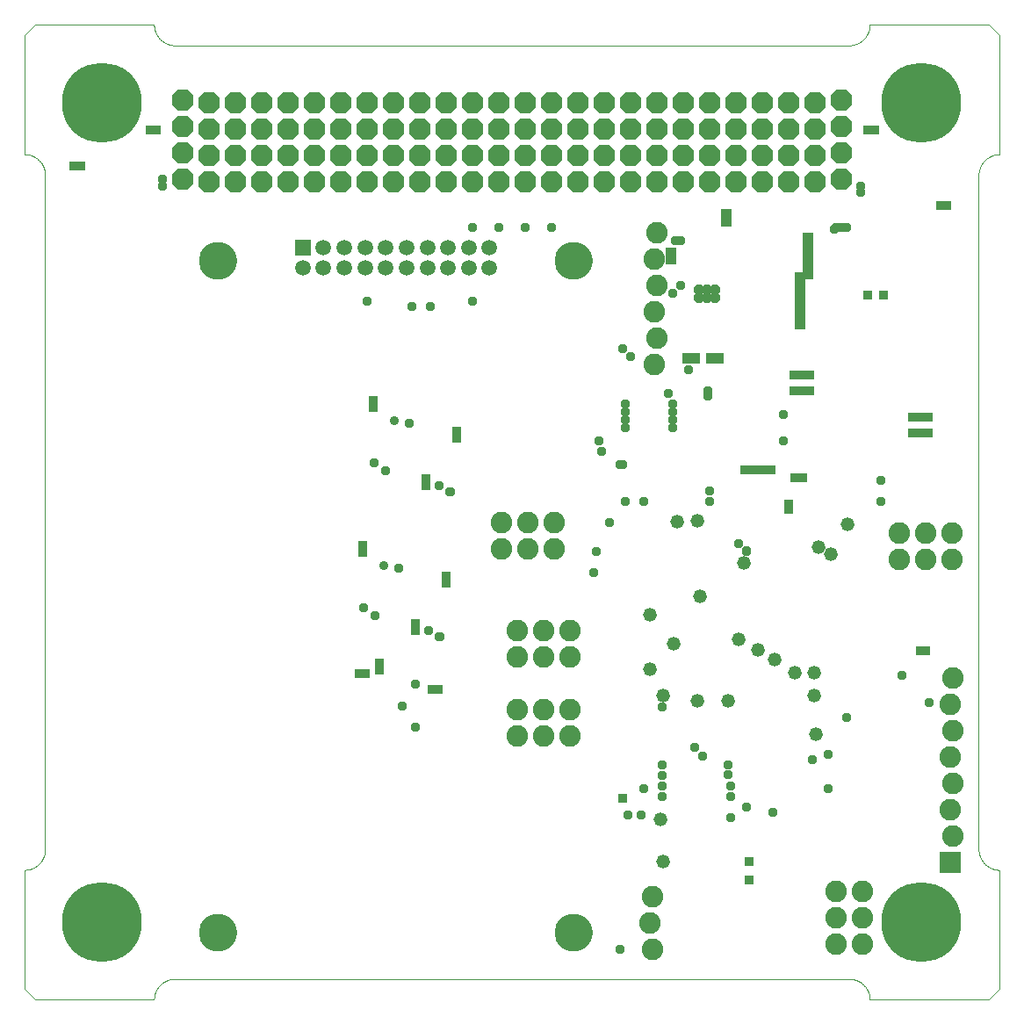
<source format=gbs>
G75*
%MOIN*%
%OFA0B0*%
%FSLAX25Y25*%
%IPPOS*%
%LPD*%
%AMOC8*
5,1,8,0,0,1.08239X$1,22.5*
%
%ADD10C,0.00000*%
%ADD11C,0.30328*%
%ADD12OC8,0.08200*%
%ADD13C,0.05200*%
%ADD14R,0.05950X0.05950*%
%ADD15C,0.05950*%
%ADD16C,0.14383*%
%ADD17R,0.08200X0.08200*%
%ADD18C,0.08200*%
%ADD19C,0.03778*%
%ADD20R,0.03778X0.03778*%
%ADD21OC8,0.03975*%
%ADD22R,0.03975X0.03975*%
%ADD23R,0.03581X0.03581*%
%ADD24C,0.03581*%
D10*
X0087864Y0091801D02*
X0091801Y0087864D01*
X0137077Y0087864D01*
X0137079Y0088054D01*
X0137086Y0088244D01*
X0137098Y0088434D01*
X0137114Y0088624D01*
X0137134Y0088813D01*
X0137160Y0089002D01*
X0137189Y0089190D01*
X0137224Y0089377D01*
X0137263Y0089563D01*
X0137306Y0089748D01*
X0137354Y0089933D01*
X0137406Y0090116D01*
X0137462Y0090297D01*
X0137523Y0090477D01*
X0137589Y0090656D01*
X0137658Y0090833D01*
X0137732Y0091009D01*
X0137810Y0091182D01*
X0137893Y0091354D01*
X0137979Y0091523D01*
X0138069Y0091691D01*
X0138164Y0091856D01*
X0138262Y0092019D01*
X0138365Y0092179D01*
X0138471Y0092337D01*
X0138581Y0092492D01*
X0138694Y0092645D01*
X0138812Y0092795D01*
X0138933Y0092941D01*
X0139057Y0093085D01*
X0139185Y0093226D01*
X0139316Y0093364D01*
X0139451Y0093499D01*
X0139589Y0093630D01*
X0139730Y0093758D01*
X0139874Y0093882D01*
X0140020Y0094003D01*
X0140170Y0094121D01*
X0140323Y0094234D01*
X0140478Y0094344D01*
X0140636Y0094450D01*
X0140796Y0094553D01*
X0140959Y0094651D01*
X0141124Y0094746D01*
X0141292Y0094836D01*
X0141461Y0094922D01*
X0141633Y0095005D01*
X0141806Y0095083D01*
X0141982Y0095157D01*
X0142159Y0095226D01*
X0142338Y0095292D01*
X0142518Y0095353D01*
X0142699Y0095409D01*
X0142882Y0095461D01*
X0143067Y0095509D01*
X0143252Y0095552D01*
X0143438Y0095591D01*
X0143625Y0095626D01*
X0143813Y0095655D01*
X0144002Y0095681D01*
X0144191Y0095701D01*
X0144381Y0095717D01*
X0144571Y0095729D01*
X0144761Y0095736D01*
X0144951Y0095738D01*
X0400856Y0095738D01*
X0401046Y0095736D01*
X0401236Y0095729D01*
X0401426Y0095717D01*
X0401616Y0095701D01*
X0401805Y0095681D01*
X0401994Y0095655D01*
X0402182Y0095626D01*
X0402369Y0095591D01*
X0402555Y0095552D01*
X0402740Y0095509D01*
X0402925Y0095461D01*
X0403108Y0095409D01*
X0403289Y0095353D01*
X0403469Y0095292D01*
X0403648Y0095226D01*
X0403825Y0095157D01*
X0404001Y0095083D01*
X0404174Y0095005D01*
X0404346Y0094922D01*
X0404515Y0094836D01*
X0404683Y0094746D01*
X0404848Y0094651D01*
X0405011Y0094553D01*
X0405171Y0094450D01*
X0405329Y0094344D01*
X0405484Y0094234D01*
X0405637Y0094121D01*
X0405787Y0094003D01*
X0405933Y0093882D01*
X0406077Y0093758D01*
X0406218Y0093630D01*
X0406356Y0093499D01*
X0406491Y0093364D01*
X0406622Y0093226D01*
X0406750Y0093085D01*
X0406874Y0092941D01*
X0406995Y0092795D01*
X0407113Y0092645D01*
X0407226Y0092492D01*
X0407336Y0092337D01*
X0407442Y0092179D01*
X0407545Y0092019D01*
X0407643Y0091856D01*
X0407738Y0091691D01*
X0407828Y0091523D01*
X0407914Y0091354D01*
X0407997Y0091182D01*
X0408075Y0091009D01*
X0408149Y0090833D01*
X0408218Y0090656D01*
X0408284Y0090477D01*
X0408345Y0090297D01*
X0408401Y0090116D01*
X0408453Y0089933D01*
X0408501Y0089748D01*
X0408544Y0089563D01*
X0408583Y0089377D01*
X0408618Y0089190D01*
X0408647Y0089002D01*
X0408673Y0088813D01*
X0408693Y0088624D01*
X0408709Y0088434D01*
X0408721Y0088244D01*
X0408728Y0088054D01*
X0408730Y0087864D01*
X0454006Y0087864D01*
X0457943Y0091801D01*
X0457943Y0137077D01*
X0457753Y0137079D01*
X0457563Y0137086D01*
X0457373Y0137098D01*
X0457183Y0137114D01*
X0456994Y0137134D01*
X0456805Y0137160D01*
X0456617Y0137189D01*
X0456430Y0137224D01*
X0456244Y0137263D01*
X0456059Y0137306D01*
X0455874Y0137354D01*
X0455691Y0137406D01*
X0455510Y0137462D01*
X0455330Y0137523D01*
X0455151Y0137589D01*
X0454974Y0137658D01*
X0454798Y0137732D01*
X0454625Y0137810D01*
X0454453Y0137893D01*
X0454284Y0137979D01*
X0454116Y0138069D01*
X0453951Y0138164D01*
X0453788Y0138262D01*
X0453628Y0138365D01*
X0453470Y0138471D01*
X0453315Y0138581D01*
X0453162Y0138694D01*
X0453012Y0138812D01*
X0452866Y0138933D01*
X0452722Y0139057D01*
X0452581Y0139185D01*
X0452443Y0139316D01*
X0452308Y0139451D01*
X0452177Y0139589D01*
X0452049Y0139730D01*
X0451925Y0139874D01*
X0451804Y0140020D01*
X0451686Y0140170D01*
X0451573Y0140323D01*
X0451463Y0140478D01*
X0451357Y0140636D01*
X0451254Y0140796D01*
X0451156Y0140959D01*
X0451061Y0141124D01*
X0450971Y0141292D01*
X0450885Y0141461D01*
X0450802Y0141633D01*
X0450724Y0141806D01*
X0450650Y0141982D01*
X0450581Y0142159D01*
X0450515Y0142338D01*
X0450454Y0142518D01*
X0450398Y0142699D01*
X0450346Y0142882D01*
X0450298Y0143067D01*
X0450255Y0143252D01*
X0450216Y0143438D01*
X0450181Y0143625D01*
X0450152Y0143813D01*
X0450126Y0144002D01*
X0450106Y0144191D01*
X0450090Y0144381D01*
X0450078Y0144571D01*
X0450071Y0144761D01*
X0450069Y0144951D01*
X0450069Y0400856D01*
X0450071Y0401046D01*
X0450078Y0401236D01*
X0450090Y0401426D01*
X0450106Y0401616D01*
X0450126Y0401805D01*
X0450152Y0401994D01*
X0450181Y0402182D01*
X0450216Y0402369D01*
X0450255Y0402555D01*
X0450298Y0402740D01*
X0450346Y0402925D01*
X0450398Y0403108D01*
X0450454Y0403289D01*
X0450515Y0403469D01*
X0450581Y0403648D01*
X0450650Y0403825D01*
X0450724Y0404001D01*
X0450802Y0404174D01*
X0450885Y0404346D01*
X0450971Y0404515D01*
X0451061Y0404683D01*
X0451156Y0404848D01*
X0451254Y0405011D01*
X0451357Y0405171D01*
X0451463Y0405329D01*
X0451573Y0405484D01*
X0451686Y0405637D01*
X0451804Y0405787D01*
X0451925Y0405933D01*
X0452049Y0406077D01*
X0452177Y0406218D01*
X0452308Y0406356D01*
X0452443Y0406491D01*
X0452581Y0406622D01*
X0452722Y0406750D01*
X0452866Y0406874D01*
X0453012Y0406995D01*
X0453162Y0407113D01*
X0453315Y0407226D01*
X0453470Y0407336D01*
X0453628Y0407442D01*
X0453788Y0407545D01*
X0453951Y0407643D01*
X0454116Y0407738D01*
X0454284Y0407828D01*
X0454453Y0407914D01*
X0454625Y0407997D01*
X0454798Y0408075D01*
X0454974Y0408149D01*
X0455151Y0408218D01*
X0455330Y0408284D01*
X0455510Y0408345D01*
X0455691Y0408401D01*
X0455874Y0408453D01*
X0456059Y0408501D01*
X0456244Y0408544D01*
X0456430Y0408583D01*
X0456617Y0408618D01*
X0456805Y0408647D01*
X0456994Y0408673D01*
X0457183Y0408693D01*
X0457373Y0408709D01*
X0457563Y0408721D01*
X0457753Y0408728D01*
X0457943Y0408730D01*
X0457943Y0454006D01*
X0454006Y0457943D01*
X0408730Y0457943D01*
X0408728Y0457753D01*
X0408721Y0457563D01*
X0408709Y0457373D01*
X0408693Y0457183D01*
X0408673Y0456994D01*
X0408647Y0456805D01*
X0408618Y0456617D01*
X0408583Y0456430D01*
X0408544Y0456244D01*
X0408501Y0456059D01*
X0408453Y0455874D01*
X0408401Y0455691D01*
X0408345Y0455510D01*
X0408284Y0455330D01*
X0408218Y0455151D01*
X0408149Y0454974D01*
X0408075Y0454798D01*
X0407997Y0454625D01*
X0407914Y0454453D01*
X0407828Y0454284D01*
X0407738Y0454116D01*
X0407643Y0453951D01*
X0407545Y0453788D01*
X0407442Y0453628D01*
X0407336Y0453470D01*
X0407226Y0453315D01*
X0407113Y0453162D01*
X0406995Y0453012D01*
X0406874Y0452866D01*
X0406750Y0452722D01*
X0406622Y0452581D01*
X0406491Y0452443D01*
X0406356Y0452308D01*
X0406218Y0452177D01*
X0406077Y0452049D01*
X0405933Y0451925D01*
X0405787Y0451804D01*
X0405637Y0451686D01*
X0405484Y0451573D01*
X0405329Y0451463D01*
X0405171Y0451357D01*
X0405011Y0451254D01*
X0404848Y0451156D01*
X0404683Y0451061D01*
X0404515Y0450971D01*
X0404346Y0450885D01*
X0404174Y0450802D01*
X0404001Y0450724D01*
X0403825Y0450650D01*
X0403648Y0450581D01*
X0403469Y0450515D01*
X0403289Y0450454D01*
X0403108Y0450398D01*
X0402925Y0450346D01*
X0402740Y0450298D01*
X0402555Y0450255D01*
X0402369Y0450216D01*
X0402182Y0450181D01*
X0401994Y0450152D01*
X0401805Y0450126D01*
X0401616Y0450106D01*
X0401426Y0450090D01*
X0401236Y0450078D01*
X0401046Y0450071D01*
X0400856Y0450069D01*
X0144951Y0450069D01*
X0144761Y0450071D01*
X0144571Y0450078D01*
X0144381Y0450090D01*
X0144191Y0450106D01*
X0144002Y0450126D01*
X0143813Y0450152D01*
X0143625Y0450181D01*
X0143438Y0450216D01*
X0143252Y0450255D01*
X0143067Y0450298D01*
X0142882Y0450346D01*
X0142699Y0450398D01*
X0142518Y0450454D01*
X0142338Y0450515D01*
X0142159Y0450581D01*
X0141982Y0450650D01*
X0141806Y0450724D01*
X0141633Y0450802D01*
X0141461Y0450885D01*
X0141292Y0450971D01*
X0141124Y0451061D01*
X0140959Y0451156D01*
X0140796Y0451254D01*
X0140636Y0451357D01*
X0140478Y0451463D01*
X0140323Y0451573D01*
X0140170Y0451686D01*
X0140020Y0451804D01*
X0139874Y0451925D01*
X0139730Y0452049D01*
X0139589Y0452177D01*
X0139451Y0452308D01*
X0139316Y0452443D01*
X0139185Y0452581D01*
X0139057Y0452722D01*
X0138933Y0452866D01*
X0138812Y0453012D01*
X0138694Y0453162D01*
X0138581Y0453315D01*
X0138471Y0453470D01*
X0138365Y0453628D01*
X0138262Y0453788D01*
X0138164Y0453951D01*
X0138069Y0454116D01*
X0137979Y0454284D01*
X0137893Y0454453D01*
X0137810Y0454625D01*
X0137732Y0454798D01*
X0137658Y0454974D01*
X0137589Y0455151D01*
X0137523Y0455330D01*
X0137462Y0455510D01*
X0137406Y0455691D01*
X0137354Y0455874D01*
X0137306Y0456059D01*
X0137263Y0456244D01*
X0137224Y0456430D01*
X0137189Y0456617D01*
X0137160Y0456805D01*
X0137134Y0456994D01*
X0137114Y0457183D01*
X0137098Y0457373D01*
X0137086Y0457563D01*
X0137079Y0457753D01*
X0137077Y0457943D01*
X0091801Y0457943D01*
X0087864Y0454006D01*
X0087864Y0408730D01*
X0088054Y0408728D01*
X0088244Y0408721D01*
X0088434Y0408709D01*
X0088624Y0408693D01*
X0088813Y0408673D01*
X0089002Y0408647D01*
X0089190Y0408618D01*
X0089377Y0408583D01*
X0089563Y0408544D01*
X0089748Y0408501D01*
X0089933Y0408453D01*
X0090116Y0408401D01*
X0090297Y0408345D01*
X0090477Y0408284D01*
X0090656Y0408218D01*
X0090833Y0408149D01*
X0091009Y0408075D01*
X0091182Y0407997D01*
X0091354Y0407914D01*
X0091523Y0407828D01*
X0091691Y0407738D01*
X0091856Y0407643D01*
X0092019Y0407545D01*
X0092179Y0407442D01*
X0092337Y0407336D01*
X0092492Y0407226D01*
X0092645Y0407113D01*
X0092795Y0406995D01*
X0092941Y0406874D01*
X0093085Y0406750D01*
X0093226Y0406622D01*
X0093364Y0406491D01*
X0093499Y0406356D01*
X0093630Y0406218D01*
X0093758Y0406077D01*
X0093882Y0405933D01*
X0094003Y0405787D01*
X0094121Y0405637D01*
X0094234Y0405484D01*
X0094344Y0405329D01*
X0094450Y0405171D01*
X0094553Y0405011D01*
X0094651Y0404848D01*
X0094746Y0404683D01*
X0094836Y0404515D01*
X0094922Y0404346D01*
X0095005Y0404174D01*
X0095083Y0404001D01*
X0095157Y0403825D01*
X0095226Y0403648D01*
X0095292Y0403469D01*
X0095353Y0403289D01*
X0095409Y0403108D01*
X0095461Y0402925D01*
X0095509Y0402740D01*
X0095552Y0402555D01*
X0095591Y0402369D01*
X0095626Y0402182D01*
X0095655Y0401994D01*
X0095681Y0401805D01*
X0095701Y0401616D01*
X0095717Y0401426D01*
X0095729Y0401236D01*
X0095736Y0401046D01*
X0095738Y0400856D01*
X0095738Y0144951D01*
X0095736Y0144761D01*
X0095729Y0144571D01*
X0095717Y0144381D01*
X0095701Y0144191D01*
X0095681Y0144002D01*
X0095655Y0143813D01*
X0095626Y0143625D01*
X0095591Y0143438D01*
X0095552Y0143252D01*
X0095509Y0143067D01*
X0095461Y0142882D01*
X0095409Y0142699D01*
X0095353Y0142518D01*
X0095292Y0142338D01*
X0095226Y0142159D01*
X0095157Y0141982D01*
X0095083Y0141806D01*
X0095005Y0141633D01*
X0094922Y0141461D01*
X0094836Y0141292D01*
X0094746Y0141124D01*
X0094651Y0140959D01*
X0094553Y0140796D01*
X0094450Y0140636D01*
X0094344Y0140478D01*
X0094234Y0140323D01*
X0094121Y0140170D01*
X0094003Y0140020D01*
X0093882Y0139874D01*
X0093758Y0139730D01*
X0093630Y0139589D01*
X0093499Y0139451D01*
X0093364Y0139316D01*
X0093226Y0139185D01*
X0093085Y0139057D01*
X0092941Y0138933D01*
X0092795Y0138812D01*
X0092645Y0138694D01*
X0092492Y0138581D01*
X0092337Y0138471D01*
X0092179Y0138365D01*
X0092019Y0138262D01*
X0091856Y0138164D01*
X0091691Y0138069D01*
X0091523Y0137979D01*
X0091354Y0137893D01*
X0091182Y0137810D01*
X0091009Y0137732D01*
X0090833Y0137658D01*
X0090656Y0137589D01*
X0090477Y0137523D01*
X0090297Y0137462D01*
X0090116Y0137406D01*
X0089933Y0137354D01*
X0089748Y0137306D01*
X0089563Y0137263D01*
X0089377Y0137224D01*
X0089190Y0137189D01*
X0089002Y0137160D01*
X0088813Y0137134D01*
X0088624Y0137114D01*
X0088434Y0137098D01*
X0088244Y0137086D01*
X0088054Y0137079D01*
X0087864Y0137077D01*
X0087864Y0091801D01*
X0154593Y0113423D02*
X0154595Y0113590D01*
X0154601Y0113756D01*
X0154611Y0113923D01*
X0154626Y0114089D01*
X0154644Y0114254D01*
X0154667Y0114419D01*
X0154693Y0114584D01*
X0154723Y0114748D01*
X0154758Y0114911D01*
X0154797Y0115073D01*
X0154839Y0115234D01*
X0154885Y0115394D01*
X0154936Y0115553D01*
X0154990Y0115711D01*
X0155048Y0115867D01*
X0155110Y0116022D01*
X0155176Y0116175D01*
X0155245Y0116327D01*
X0155318Y0116476D01*
X0155395Y0116624D01*
X0155475Y0116770D01*
X0155559Y0116914D01*
X0155647Y0117056D01*
X0155737Y0117196D01*
X0155832Y0117333D01*
X0155929Y0117468D01*
X0156030Y0117601D01*
X0156134Y0117731D01*
X0156242Y0117859D01*
X0156352Y0117984D01*
X0156466Y0118106D01*
X0156582Y0118225D01*
X0156701Y0118341D01*
X0156823Y0118455D01*
X0156948Y0118565D01*
X0157076Y0118673D01*
X0157206Y0118777D01*
X0157339Y0118878D01*
X0157474Y0118975D01*
X0157611Y0119070D01*
X0157751Y0119160D01*
X0157893Y0119248D01*
X0158037Y0119332D01*
X0158183Y0119412D01*
X0158331Y0119489D01*
X0158480Y0119562D01*
X0158632Y0119631D01*
X0158785Y0119697D01*
X0158940Y0119759D01*
X0159096Y0119817D01*
X0159254Y0119871D01*
X0159413Y0119922D01*
X0159573Y0119968D01*
X0159734Y0120010D01*
X0159896Y0120049D01*
X0160059Y0120084D01*
X0160223Y0120114D01*
X0160388Y0120140D01*
X0160553Y0120163D01*
X0160718Y0120181D01*
X0160884Y0120196D01*
X0161051Y0120206D01*
X0161217Y0120212D01*
X0161384Y0120214D01*
X0161551Y0120212D01*
X0161717Y0120206D01*
X0161884Y0120196D01*
X0162050Y0120181D01*
X0162215Y0120163D01*
X0162380Y0120140D01*
X0162545Y0120114D01*
X0162709Y0120084D01*
X0162872Y0120049D01*
X0163034Y0120010D01*
X0163195Y0119968D01*
X0163355Y0119922D01*
X0163514Y0119871D01*
X0163672Y0119817D01*
X0163828Y0119759D01*
X0163983Y0119697D01*
X0164136Y0119631D01*
X0164288Y0119562D01*
X0164437Y0119489D01*
X0164585Y0119412D01*
X0164731Y0119332D01*
X0164875Y0119248D01*
X0165017Y0119160D01*
X0165157Y0119070D01*
X0165294Y0118975D01*
X0165429Y0118878D01*
X0165562Y0118777D01*
X0165692Y0118673D01*
X0165820Y0118565D01*
X0165945Y0118455D01*
X0166067Y0118341D01*
X0166186Y0118225D01*
X0166302Y0118106D01*
X0166416Y0117984D01*
X0166526Y0117859D01*
X0166634Y0117731D01*
X0166738Y0117601D01*
X0166839Y0117468D01*
X0166936Y0117333D01*
X0167031Y0117196D01*
X0167121Y0117056D01*
X0167209Y0116914D01*
X0167293Y0116770D01*
X0167373Y0116624D01*
X0167450Y0116476D01*
X0167523Y0116327D01*
X0167592Y0116175D01*
X0167658Y0116022D01*
X0167720Y0115867D01*
X0167778Y0115711D01*
X0167832Y0115553D01*
X0167883Y0115394D01*
X0167929Y0115234D01*
X0167971Y0115073D01*
X0168010Y0114911D01*
X0168045Y0114748D01*
X0168075Y0114584D01*
X0168101Y0114419D01*
X0168124Y0114254D01*
X0168142Y0114089D01*
X0168157Y0113923D01*
X0168167Y0113756D01*
X0168173Y0113590D01*
X0168175Y0113423D01*
X0168173Y0113256D01*
X0168167Y0113090D01*
X0168157Y0112923D01*
X0168142Y0112757D01*
X0168124Y0112592D01*
X0168101Y0112427D01*
X0168075Y0112262D01*
X0168045Y0112098D01*
X0168010Y0111935D01*
X0167971Y0111773D01*
X0167929Y0111612D01*
X0167883Y0111452D01*
X0167832Y0111293D01*
X0167778Y0111135D01*
X0167720Y0110979D01*
X0167658Y0110824D01*
X0167592Y0110671D01*
X0167523Y0110519D01*
X0167450Y0110370D01*
X0167373Y0110222D01*
X0167293Y0110076D01*
X0167209Y0109932D01*
X0167121Y0109790D01*
X0167031Y0109650D01*
X0166936Y0109513D01*
X0166839Y0109378D01*
X0166738Y0109245D01*
X0166634Y0109115D01*
X0166526Y0108987D01*
X0166416Y0108862D01*
X0166302Y0108740D01*
X0166186Y0108621D01*
X0166067Y0108505D01*
X0165945Y0108391D01*
X0165820Y0108281D01*
X0165692Y0108173D01*
X0165562Y0108069D01*
X0165429Y0107968D01*
X0165294Y0107871D01*
X0165157Y0107776D01*
X0165017Y0107686D01*
X0164875Y0107598D01*
X0164731Y0107514D01*
X0164585Y0107434D01*
X0164437Y0107357D01*
X0164288Y0107284D01*
X0164136Y0107215D01*
X0163983Y0107149D01*
X0163828Y0107087D01*
X0163672Y0107029D01*
X0163514Y0106975D01*
X0163355Y0106924D01*
X0163195Y0106878D01*
X0163034Y0106836D01*
X0162872Y0106797D01*
X0162709Y0106762D01*
X0162545Y0106732D01*
X0162380Y0106706D01*
X0162215Y0106683D01*
X0162050Y0106665D01*
X0161884Y0106650D01*
X0161717Y0106640D01*
X0161551Y0106634D01*
X0161384Y0106632D01*
X0161217Y0106634D01*
X0161051Y0106640D01*
X0160884Y0106650D01*
X0160718Y0106665D01*
X0160553Y0106683D01*
X0160388Y0106706D01*
X0160223Y0106732D01*
X0160059Y0106762D01*
X0159896Y0106797D01*
X0159734Y0106836D01*
X0159573Y0106878D01*
X0159413Y0106924D01*
X0159254Y0106975D01*
X0159096Y0107029D01*
X0158940Y0107087D01*
X0158785Y0107149D01*
X0158632Y0107215D01*
X0158480Y0107284D01*
X0158331Y0107357D01*
X0158183Y0107434D01*
X0158037Y0107514D01*
X0157893Y0107598D01*
X0157751Y0107686D01*
X0157611Y0107776D01*
X0157474Y0107871D01*
X0157339Y0107968D01*
X0157206Y0108069D01*
X0157076Y0108173D01*
X0156948Y0108281D01*
X0156823Y0108391D01*
X0156701Y0108505D01*
X0156582Y0108621D01*
X0156466Y0108740D01*
X0156352Y0108862D01*
X0156242Y0108987D01*
X0156134Y0109115D01*
X0156030Y0109245D01*
X0155929Y0109378D01*
X0155832Y0109513D01*
X0155737Y0109650D01*
X0155647Y0109790D01*
X0155559Y0109932D01*
X0155475Y0110076D01*
X0155395Y0110222D01*
X0155318Y0110370D01*
X0155245Y0110519D01*
X0155176Y0110671D01*
X0155110Y0110824D01*
X0155048Y0110979D01*
X0154990Y0111135D01*
X0154936Y0111293D01*
X0154885Y0111452D01*
X0154839Y0111612D01*
X0154797Y0111773D01*
X0154758Y0111935D01*
X0154723Y0112098D01*
X0154693Y0112262D01*
X0154667Y0112427D01*
X0154644Y0112592D01*
X0154626Y0112757D01*
X0154611Y0112923D01*
X0154601Y0113090D01*
X0154595Y0113256D01*
X0154593Y0113423D01*
X0289593Y0113423D02*
X0289595Y0113590D01*
X0289601Y0113756D01*
X0289611Y0113923D01*
X0289626Y0114089D01*
X0289644Y0114254D01*
X0289667Y0114419D01*
X0289693Y0114584D01*
X0289723Y0114748D01*
X0289758Y0114911D01*
X0289797Y0115073D01*
X0289839Y0115234D01*
X0289885Y0115394D01*
X0289936Y0115553D01*
X0289990Y0115711D01*
X0290048Y0115867D01*
X0290110Y0116022D01*
X0290176Y0116175D01*
X0290245Y0116327D01*
X0290318Y0116476D01*
X0290395Y0116624D01*
X0290475Y0116770D01*
X0290559Y0116914D01*
X0290647Y0117056D01*
X0290737Y0117196D01*
X0290832Y0117333D01*
X0290929Y0117468D01*
X0291030Y0117601D01*
X0291134Y0117731D01*
X0291242Y0117859D01*
X0291352Y0117984D01*
X0291466Y0118106D01*
X0291582Y0118225D01*
X0291701Y0118341D01*
X0291823Y0118455D01*
X0291948Y0118565D01*
X0292076Y0118673D01*
X0292206Y0118777D01*
X0292339Y0118878D01*
X0292474Y0118975D01*
X0292611Y0119070D01*
X0292751Y0119160D01*
X0292893Y0119248D01*
X0293037Y0119332D01*
X0293183Y0119412D01*
X0293331Y0119489D01*
X0293480Y0119562D01*
X0293632Y0119631D01*
X0293785Y0119697D01*
X0293940Y0119759D01*
X0294096Y0119817D01*
X0294254Y0119871D01*
X0294413Y0119922D01*
X0294573Y0119968D01*
X0294734Y0120010D01*
X0294896Y0120049D01*
X0295059Y0120084D01*
X0295223Y0120114D01*
X0295388Y0120140D01*
X0295553Y0120163D01*
X0295718Y0120181D01*
X0295884Y0120196D01*
X0296051Y0120206D01*
X0296217Y0120212D01*
X0296384Y0120214D01*
X0296551Y0120212D01*
X0296717Y0120206D01*
X0296884Y0120196D01*
X0297050Y0120181D01*
X0297215Y0120163D01*
X0297380Y0120140D01*
X0297545Y0120114D01*
X0297709Y0120084D01*
X0297872Y0120049D01*
X0298034Y0120010D01*
X0298195Y0119968D01*
X0298355Y0119922D01*
X0298514Y0119871D01*
X0298672Y0119817D01*
X0298828Y0119759D01*
X0298983Y0119697D01*
X0299136Y0119631D01*
X0299288Y0119562D01*
X0299437Y0119489D01*
X0299585Y0119412D01*
X0299731Y0119332D01*
X0299875Y0119248D01*
X0300017Y0119160D01*
X0300157Y0119070D01*
X0300294Y0118975D01*
X0300429Y0118878D01*
X0300562Y0118777D01*
X0300692Y0118673D01*
X0300820Y0118565D01*
X0300945Y0118455D01*
X0301067Y0118341D01*
X0301186Y0118225D01*
X0301302Y0118106D01*
X0301416Y0117984D01*
X0301526Y0117859D01*
X0301634Y0117731D01*
X0301738Y0117601D01*
X0301839Y0117468D01*
X0301936Y0117333D01*
X0302031Y0117196D01*
X0302121Y0117056D01*
X0302209Y0116914D01*
X0302293Y0116770D01*
X0302373Y0116624D01*
X0302450Y0116476D01*
X0302523Y0116327D01*
X0302592Y0116175D01*
X0302658Y0116022D01*
X0302720Y0115867D01*
X0302778Y0115711D01*
X0302832Y0115553D01*
X0302883Y0115394D01*
X0302929Y0115234D01*
X0302971Y0115073D01*
X0303010Y0114911D01*
X0303045Y0114748D01*
X0303075Y0114584D01*
X0303101Y0114419D01*
X0303124Y0114254D01*
X0303142Y0114089D01*
X0303157Y0113923D01*
X0303167Y0113756D01*
X0303173Y0113590D01*
X0303175Y0113423D01*
X0303173Y0113256D01*
X0303167Y0113090D01*
X0303157Y0112923D01*
X0303142Y0112757D01*
X0303124Y0112592D01*
X0303101Y0112427D01*
X0303075Y0112262D01*
X0303045Y0112098D01*
X0303010Y0111935D01*
X0302971Y0111773D01*
X0302929Y0111612D01*
X0302883Y0111452D01*
X0302832Y0111293D01*
X0302778Y0111135D01*
X0302720Y0110979D01*
X0302658Y0110824D01*
X0302592Y0110671D01*
X0302523Y0110519D01*
X0302450Y0110370D01*
X0302373Y0110222D01*
X0302293Y0110076D01*
X0302209Y0109932D01*
X0302121Y0109790D01*
X0302031Y0109650D01*
X0301936Y0109513D01*
X0301839Y0109378D01*
X0301738Y0109245D01*
X0301634Y0109115D01*
X0301526Y0108987D01*
X0301416Y0108862D01*
X0301302Y0108740D01*
X0301186Y0108621D01*
X0301067Y0108505D01*
X0300945Y0108391D01*
X0300820Y0108281D01*
X0300692Y0108173D01*
X0300562Y0108069D01*
X0300429Y0107968D01*
X0300294Y0107871D01*
X0300157Y0107776D01*
X0300017Y0107686D01*
X0299875Y0107598D01*
X0299731Y0107514D01*
X0299585Y0107434D01*
X0299437Y0107357D01*
X0299288Y0107284D01*
X0299136Y0107215D01*
X0298983Y0107149D01*
X0298828Y0107087D01*
X0298672Y0107029D01*
X0298514Y0106975D01*
X0298355Y0106924D01*
X0298195Y0106878D01*
X0298034Y0106836D01*
X0297872Y0106797D01*
X0297709Y0106762D01*
X0297545Y0106732D01*
X0297380Y0106706D01*
X0297215Y0106683D01*
X0297050Y0106665D01*
X0296884Y0106650D01*
X0296717Y0106640D01*
X0296551Y0106634D01*
X0296384Y0106632D01*
X0296217Y0106634D01*
X0296051Y0106640D01*
X0295884Y0106650D01*
X0295718Y0106665D01*
X0295553Y0106683D01*
X0295388Y0106706D01*
X0295223Y0106732D01*
X0295059Y0106762D01*
X0294896Y0106797D01*
X0294734Y0106836D01*
X0294573Y0106878D01*
X0294413Y0106924D01*
X0294254Y0106975D01*
X0294096Y0107029D01*
X0293940Y0107087D01*
X0293785Y0107149D01*
X0293632Y0107215D01*
X0293480Y0107284D01*
X0293331Y0107357D01*
X0293183Y0107434D01*
X0293037Y0107514D01*
X0292893Y0107598D01*
X0292751Y0107686D01*
X0292611Y0107776D01*
X0292474Y0107871D01*
X0292339Y0107968D01*
X0292206Y0108069D01*
X0292076Y0108173D01*
X0291948Y0108281D01*
X0291823Y0108391D01*
X0291701Y0108505D01*
X0291582Y0108621D01*
X0291466Y0108740D01*
X0291352Y0108862D01*
X0291242Y0108987D01*
X0291134Y0109115D01*
X0291030Y0109245D01*
X0290929Y0109378D01*
X0290832Y0109513D01*
X0290737Y0109650D01*
X0290647Y0109790D01*
X0290559Y0109932D01*
X0290475Y0110076D01*
X0290395Y0110222D01*
X0290318Y0110370D01*
X0290245Y0110519D01*
X0290176Y0110671D01*
X0290110Y0110824D01*
X0290048Y0110979D01*
X0289990Y0111135D01*
X0289936Y0111293D01*
X0289885Y0111452D01*
X0289839Y0111612D01*
X0289797Y0111773D01*
X0289758Y0111935D01*
X0289723Y0112098D01*
X0289693Y0112262D01*
X0289667Y0112427D01*
X0289644Y0112592D01*
X0289626Y0112757D01*
X0289611Y0112923D01*
X0289601Y0113090D01*
X0289595Y0113256D01*
X0289593Y0113423D01*
X0289593Y0368423D02*
X0289595Y0368590D01*
X0289601Y0368756D01*
X0289611Y0368923D01*
X0289626Y0369089D01*
X0289644Y0369254D01*
X0289667Y0369419D01*
X0289693Y0369584D01*
X0289723Y0369748D01*
X0289758Y0369911D01*
X0289797Y0370073D01*
X0289839Y0370234D01*
X0289885Y0370394D01*
X0289936Y0370553D01*
X0289990Y0370711D01*
X0290048Y0370867D01*
X0290110Y0371022D01*
X0290176Y0371175D01*
X0290245Y0371327D01*
X0290318Y0371476D01*
X0290395Y0371624D01*
X0290475Y0371770D01*
X0290559Y0371914D01*
X0290647Y0372056D01*
X0290737Y0372196D01*
X0290832Y0372333D01*
X0290929Y0372468D01*
X0291030Y0372601D01*
X0291134Y0372731D01*
X0291242Y0372859D01*
X0291352Y0372984D01*
X0291466Y0373106D01*
X0291582Y0373225D01*
X0291701Y0373341D01*
X0291823Y0373455D01*
X0291948Y0373565D01*
X0292076Y0373673D01*
X0292206Y0373777D01*
X0292339Y0373878D01*
X0292474Y0373975D01*
X0292611Y0374070D01*
X0292751Y0374160D01*
X0292893Y0374248D01*
X0293037Y0374332D01*
X0293183Y0374412D01*
X0293331Y0374489D01*
X0293480Y0374562D01*
X0293632Y0374631D01*
X0293785Y0374697D01*
X0293940Y0374759D01*
X0294096Y0374817D01*
X0294254Y0374871D01*
X0294413Y0374922D01*
X0294573Y0374968D01*
X0294734Y0375010D01*
X0294896Y0375049D01*
X0295059Y0375084D01*
X0295223Y0375114D01*
X0295388Y0375140D01*
X0295553Y0375163D01*
X0295718Y0375181D01*
X0295884Y0375196D01*
X0296051Y0375206D01*
X0296217Y0375212D01*
X0296384Y0375214D01*
X0296551Y0375212D01*
X0296717Y0375206D01*
X0296884Y0375196D01*
X0297050Y0375181D01*
X0297215Y0375163D01*
X0297380Y0375140D01*
X0297545Y0375114D01*
X0297709Y0375084D01*
X0297872Y0375049D01*
X0298034Y0375010D01*
X0298195Y0374968D01*
X0298355Y0374922D01*
X0298514Y0374871D01*
X0298672Y0374817D01*
X0298828Y0374759D01*
X0298983Y0374697D01*
X0299136Y0374631D01*
X0299288Y0374562D01*
X0299437Y0374489D01*
X0299585Y0374412D01*
X0299731Y0374332D01*
X0299875Y0374248D01*
X0300017Y0374160D01*
X0300157Y0374070D01*
X0300294Y0373975D01*
X0300429Y0373878D01*
X0300562Y0373777D01*
X0300692Y0373673D01*
X0300820Y0373565D01*
X0300945Y0373455D01*
X0301067Y0373341D01*
X0301186Y0373225D01*
X0301302Y0373106D01*
X0301416Y0372984D01*
X0301526Y0372859D01*
X0301634Y0372731D01*
X0301738Y0372601D01*
X0301839Y0372468D01*
X0301936Y0372333D01*
X0302031Y0372196D01*
X0302121Y0372056D01*
X0302209Y0371914D01*
X0302293Y0371770D01*
X0302373Y0371624D01*
X0302450Y0371476D01*
X0302523Y0371327D01*
X0302592Y0371175D01*
X0302658Y0371022D01*
X0302720Y0370867D01*
X0302778Y0370711D01*
X0302832Y0370553D01*
X0302883Y0370394D01*
X0302929Y0370234D01*
X0302971Y0370073D01*
X0303010Y0369911D01*
X0303045Y0369748D01*
X0303075Y0369584D01*
X0303101Y0369419D01*
X0303124Y0369254D01*
X0303142Y0369089D01*
X0303157Y0368923D01*
X0303167Y0368756D01*
X0303173Y0368590D01*
X0303175Y0368423D01*
X0303173Y0368256D01*
X0303167Y0368090D01*
X0303157Y0367923D01*
X0303142Y0367757D01*
X0303124Y0367592D01*
X0303101Y0367427D01*
X0303075Y0367262D01*
X0303045Y0367098D01*
X0303010Y0366935D01*
X0302971Y0366773D01*
X0302929Y0366612D01*
X0302883Y0366452D01*
X0302832Y0366293D01*
X0302778Y0366135D01*
X0302720Y0365979D01*
X0302658Y0365824D01*
X0302592Y0365671D01*
X0302523Y0365519D01*
X0302450Y0365370D01*
X0302373Y0365222D01*
X0302293Y0365076D01*
X0302209Y0364932D01*
X0302121Y0364790D01*
X0302031Y0364650D01*
X0301936Y0364513D01*
X0301839Y0364378D01*
X0301738Y0364245D01*
X0301634Y0364115D01*
X0301526Y0363987D01*
X0301416Y0363862D01*
X0301302Y0363740D01*
X0301186Y0363621D01*
X0301067Y0363505D01*
X0300945Y0363391D01*
X0300820Y0363281D01*
X0300692Y0363173D01*
X0300562Y0363069D01*
X0300429Y0362968D01*
X0300294Y0362871D01*
X0300157Y0362776D01*
X0300017Y0362686D01*
X0299875Y0362598D01*
X0299731Y0362514D01*
X0299585Y0362434D01*
X0299437Y0362357D01*
X0299288Y0362284D01*
X0299136Y0362215D01*
X0298983Y0362149D01*
X0298828Y0362087D01*
X0298672Y0362029D01*
X0298514Y0361975D01*
X0298355Y0361924D01*
X0298195Y0361878D01*
X0298034Y0361836D01*
X0297872Y0361797D01*
X0297709Y0361762D01*
X0297545Y0361732D01*
X0297380Y0361706D01*
X0297215Y0361683D01*
X0297050Y0361665D01*
X0296884Y0361650D01*
X0296717Y0361640D01*
X0296551Y0361634D01*
X0296384Y0361632D01*
X0296217Y0361634D01*
X0296051Y0361640D01*
X0295884Y0361650D01*
X0295718Y0361665D01*
X0295553Y0361683D01*
X0295388Y0361706D01*
X0295223Y0361732D01*
X0295059Y0361762D01*
X0294896Y0361797D01*
X0294734Y0361836D01*
X0294573Y0361878D01*
X0294413Y0361924D01*
X0294254Y0361975D01*
X0294096Y0362029D01*
X0293940Y0362087D01*
X0293785Y0362149D01*
X0293632Y0362215D01*
X0293480Y0362284D01*
X0293331Y0362357D01*
X0293183Y0362434D01*
X0293037Y0362514D01*
X0292893Y0362598D01*
X0292751Y0362686D01*
X0292611Y0362776D01*
X0292474Y0362871D01*
X0292339Y0362968D01*
X0292206Y0363069D01*
X0292076Y0363173D01*
X0291948Y0363281D01*
X0291823Y0363391D01*
X0291701Y0363505D01*
X0291582Y0363621D01*
X0291466Y0363740D01*
X0291352Y0363862D01*
X0291242Y0363987D01*
X0291134Y0364115D01*
X0291030Y0364245D01*
X0290929Y0364378D01*
X0290832Y0364513D01*
X0290737Y0364650D01*
X0290647Y0364790D01*
X0290559Y0364932D01*
X0290475Y0365076D01*
X0290395Y0365222D01*
X0290318Y0365370D01*
X0290245Y0365519D01*
X0290176Y0365671D01*
X0290110Y0365824D01*
X0290048Y0365979D01*
X0289990Y0366135D01*
X0289936Y0366293D01*
X0289885Y0366452D01*
X0289839Y0366612D01*
X0289797Y0366773D01*
X0289758Y0366935D01*
X0289723Y0367098D01*
X0289693Y0367262D01*
X0289667Y0367427D01*
X0289644Y0367592D01*
X0289626Y0367757D01*
X0289611Y0367923D01*
X0289601Y0368090D01*
X0289595Y0368256D01*
X0289593Y0368423D01*
X0154593Y0368423D02*
X0154595Y0368590D01*
X0154601Y0368756D01*
X0154611Y0368923D01*
X0154626Y0369089D01*
X0154644Y0369254D01*
X0154667Y0369419D01*
X0154693Y0369584D01*
X0154723Y0369748D01*
X0154758Y0369911D01*
X0154797Y0370073D01*
X0154839Y0370234D01*
X0154885Y0370394D01*
X0154936Y0370553D01*
X0154990Y0370711D01*
X0155048Y0370867D01*
X0155110Y0371022D01*
X0155176Y0371175D01*
X0155245Y0371327D01*
X0155318Y0371476D01*
X0155395Y0371624D01*
X0155475Y0371770D01*
X0155559Y0371914D01*
X0155647Y0372056D01*
X0155737Y0372196D01*
X0155832Y0372333D01*
X0155929Y0372468D01*
X0156030Y0372601D01*
X0156134Y0372731D01*
X0156242Y0372859D01*
X0156352Y0372984D01*
X0156466Y0373106D01*
X0156582Y0373225D01*
X0156701Y0373341D01*
X0156823Y0373455D01*
X0156948Y0373565D01*
X0157076Y0373673D01*
X0157206Y0373777D01*
X0157339Y0373878D01*
X0157474Y0373975D01*
X0157611Y0374070D01*
X0157751Y0374160D01*
X0157893Y0374248D01*
X0158037Y0374332D01*
X0158183Y0374412D01*
X0158331Y0374489D01*
X0158480Y0374562D01*
X0158632Y0374631D01*
X0158785Y0374697D01*
X0158940Y0374759D01*
X0159096Y0374817D01*
X0159254Y0374871D01*
X0159413Y0374922D01*
X0159573Y0374968D01*
X0159734Y0375010D01*
X0159896Y0375049D01*
X0160059Y0375084D01*
X0160223Y0375114D01*
X0160388Y0375140D01*
X0160553Y0375163D01*
X0160718Y0375181D01*
X0160884Y0375196D01*
X0161051Y0375206D01*
X0161217Y0375212D01*
X0161384Y0375214D01*
X0161551Y0375212D01*
X0161717Y0375206D01*
X0161884Y0375196D01*
X0162050Y0375181D01*
X0162215Y0375163D01*
X0162380Y0375140D01*
X0162545Y0375114D01*
X0162709Y0375084D01*
X0162872Y0375049D01*
X0163034Y0375010D01*
X0163195Y0374968D01*
X0163355Y0374922D01*
X0163514Y0374871D01*
X0163672Y0374817D01*
X0163828Y0374759D01*
X0163983Y0374697D01*
X0164136Y0374631D01*
X0164288Y0374562D01*
X0164437Y0374489D01*
X0164585Y0374412D01*
X0164731Y0374332D01*
X0164875Y0374248D01*
X0165017Y0374160D01*
X0165157Y0374070D01*
X0165294Y0373975D01*
X0165429Y0373878D01*
X0165562Y0373777D01*
X0165692Y0373673D01*
X0165820Y0373565D01*
X0165945Y0373455D01*
X0166067Y0373341D01*
X0166186Y0373225D01*
X0166302Y0373106D01*
X0166416Y0372984D01*
X0166526Y0372859D01*
X0166634Y0372731D01*
X0166738Y0372601D01*
X0166839Y0372468D01*
X0166936Y0372333D01*
X0167031Y0372196D01*
X0167121Y0372056D01*
X0167209Y0371914D01*
X0167293Y0371770D01*
X0167373Y0371624D01*
X0167450Y0371476D01*
X0167523Y0371327D01*
X0167592Y0371175D01*
X0167658Y0371022D01*
X0167720Y0370867D01*
X0167778Y0370711D01*
X0167832Y0370553D01*
X0167883Y0370394D01*
X0167929Y0370234D01*
X0167971Y0370073D01*
X0168010Y0369911D01*
X0168045Y0369748D01*
X0168075Y0369584D01*
X0168101Y0369419D01*
X0168124Y0369254D01*
X0168142Y0369089D01*
X0168157Y0368923D01*
X0168167Y0368756D01*
X0168173Y0368590D01*
X0168175Y0368423D01*
X0168173Y0368256D01*
X0168167Y0368090D01*
X0168157Y0367923D01*
X0168142Y0367757D01*
X0168124Y0367592D01*
X0168101Y0367427D01*
X0168075Y0367262D01*
X0168045Y0367098D01*
X0168010Y0366935D01*
X0167971Y0366773D01*
X0167929Y0366612D01*
X0167883Y0366452D01*
X0167832Y0366293D01*
X0167778Y0366135D01*
X0167720Y0365979D01*
X0167658Y0365824D01*
X0167592Y0365671D01*
X0167523Y0365519D01*
X0167450Y0365370D01*
X0167373Y0365222D01*
X0167293Y0365076D01*
X0167209Y0364932D01*
X0167121Y0364790D01*
X0167031Y0364650D01*
X0166936Y0364513D01*
X0166839Y0364378D01*
X0166738Y0364245D01*
X0166634Y0364115D01*
X0166526Y0363987D01*
X0166416Y0363862D01*
X0166302Y0363740D01*
X0166186Y0363621D01*
X0166067Y0363505D01*
X0165945Y0363391D01*
X0165820Y0363281D01*
X0165692Y0363173D01*
X0165562Y0363069D01*
X0165429Y0362968D01*
X0165294Y0362871D01*
X0165157Y0362776D01*
X0165017Y0362686D01*
X0164875Y0362598D01*
X0164731Y0362514D01*
X0164585Y0362434D01*
X0164437Y0362357D01*
X0164288Y0362284D01*
X0164136Y0362215D01*
X0163983Y0362149D01*
X0163828Y0362087D01*
X0163672Y0362029D01*
X0163514Y0361975D01*
X0163355Y0361924D01*
X0163195Y0361878D01*
X0163034Y0361836D01*
X0162872Y0361797D01*
X0162709Y0361762D01*
X0162545Y0361732D01*
X0162380Y0361706D01*
X0162215Y0361683D01*
X0162050Y0361665D01*
X0161884Y0361650D01*
X0161717Y0361640D01*
X0161551Y0361634D01*
X0161384Y0361632D01*
X0161217Y0361634D01*
X0161051Y0361640D01*
X0160884Y0361650D01*
X0160718Y0361665D01*
X0160553Y0361683D01*
X0160388Y0361706D01*
X0160223Y0361732D01*
X0160059Y0361762D01*
X0159896Y0361797D01*
X0159734Y0361836D01*
X0159573Y0361878D01*
X0159413Y0361924D01*
X0159254Y0361975D01*
X0159096Y0362029D01*
X0158940Y0362087D01*
X0158785Y0362149D01*
X0158632Y0362215D01*
X0158480Y0362284D01*
X0158331Y0362357D01*
X0158183Y0362434D01*
X0158037Y0362514D01*
X0157893Y0362598D01*
X0157751Y0362686D01*
X0157611Y0362776D01*
X0157474Y0362871D01*
X0157339Y0362968D01*
X0157206Y0363069D01*
X0157076Y0363173D01*
X0156948Y0363281D01*
X0156823Y0363391D01*
X0156701Y0363505D01*
X0156582Y0363621D01*
X0156466Y0363740D01*
X0156352Y0363862D01*
X0156242Y0363987D01*
X0156134Y0364115D01*
X0156030Y0364245D01*
X0155929Y0364378D01*
X0155832Y0364513D01*
X0155737Y0364650D01*
X0155647Y0364790D01*
X0155559Y0364932D01*
X0155475Y0365076D01*
X0155395Y0365222D01*
X0155318Y0365370D01*
X0155245Y0365519D01*
X0155176Y0365671D01*
X0155110Y0365824D01*
X0155048Y0365979D01*
X0154990Y0366135D01*
X0154936Y0366293D01*
X0154885Y0366452D01*
X0154839Y0366612D01*
X0154797Y0366773D01*
X0154758Y0366935D01*
X0154723Y0367098D01*
X0154693Y0367262D01*
X0154667Y0367427D01*
X0154644Y0367592D01*
X0154626Y0367757D01*
X0154611Y0367923D01*
X0154601Y0368090D01*
X0154595Y0368256D01*
X0154593Y0368423D01*
D11*
X0117392Y0428415D03*
X0117392Y0117392D03*
X0428415Y0117392D03*
X0428415Y0428415D03*
D12*
X0397904Y0429415D03*
X0387904Y0428415D03*
X0387904Y0418415D03*
X0397904Y0419415D03*
X0397904Y0409415D03*
X0387904Y0408415D03*
X0397904Y0399415D03*
X0387904Y0398415D03*
X0377904Y0398415D03*
X0377904Y0408415D03*
X0377904Y0418415D03*
X0377904Y0428415D03*
X0367904Y0428415D03*
X0367904Y0418415D03*
X0367904Y0408415D03*
X0367904Y0398415D03*
X0357904Y0398415D03*
X0357904Y0408415D03*
X0357904Y0418415D03*
X0357904Y0428415D03*
X0347904Y0428415D03*
X0347904Y0418415D03*
X0347904Y0408415D03*
X0347904Y0398415D03*
X0337904Y0398415D03*
X0327904Y0398415D03*
X0327904Y0408415D03*
X0337904Y0408415D03*
X0337904Y0418415D03*
X0327904Y0418415D03*
X0327904Y0428415D03*
X0337904Y0428415D03*
X0317904Y0428415D03*
X0317904Y0418415D03*
X0317904Y0408415D03*
X0317904Y0398415D03*
X0307904Y0398415D03*
X0307904Y0408415D03*
X0307904Y0418415D03*
X0307904Y0428415D03*
X0297904Y0428415D03*
X0297904Y0418415D03*
X0297904Y0408415D03*
X0297904Y0398415D03*
X0287904Y0398415D03*
X0287904Y0408415D03*
X0287904Y0418415D03*
X0287904Y0428415D03*
X0277904Y0428415D03*
X0267904Y0428415D03*
X0267904Y0418415D03*
X0277904Y0418415D03*
X0277904Y0408415D03*
X0267904Y0408415D03*
X0267904Y0398415D03*
X0277904Y0398415D03*
X0257904Y0398415D03*
X0257904Y0408415D03*
X0257904Y0418415D03*
X0257904Y0428415D03*
X0247904Y0428415D03*
X0247904Y0418415D03*
X0247904Y0408415D03*
X0247904Y0398415D03*
X0237904Y0398415D03*
X0237904Y0408415D03*
X0237904Y0418415D03*
X0237904Y0428415D03*
X0227904Y0428415D03*
X0227904Y0418415D03*
X0227904Y0408415D03*
X0227904Y0398415D03*
X0217904Y0398415D03*
X0207904Y0398415D03*
X0207904Y0408415D03*
X0217904Y0408415D03*
X0217904Y0418415D03*
X0207904Y0418415D03*
X0207904Y0428415D03*
X0217904Y0428415D03*
X0197904Y0428415D03*
X0197904Y0418415D03*
X0197904Y0408415D03*
X0197904Y0398415D03*
X0187904Y0398415D03*
X0187904Y0408415D03*
X0187904Y0418415D03*
X0187904Y0428415D03*
X0177904Y0428415D03*
X0177904Y0418415D03*
X0177904Y0408415D03*
X0177904Y0398415D03*
X0167904Y0398415D03*
X0167904Y0408415D03*
X0167904Y0418415D03*
X0167904Y0428415D03*
X0157904Y0428415D03*
X0147904Y0429415D03*
X0147904Y0419415D03*
X0147904Y0409415D03*
X0157904Y0408415D03*
X0147904Y0399415D03*
X0157904Y0398415D03*
X0157904Y0418415D03*
D13*
X0335774Y0269344D03*
X0343254Y0269443D03*
X0360872Y0253596D03*
X0344140Y0240801D03*
X0358904Y0224453D03*
X0366385Y0220540D03*
X0372633Y0216919D03*
X0380154Y0211904D03*
X0387447Y0203400D03*
X0387654Y0211904D03*
X0388431Y0188636D03*
X0354967Y0201431D03*
X0343156Y0201431D03*
X0330360Y0203400D03*
X0325439Y0213242D03*
X0334297Y0223085D03*
X0325439Y0233911D03*
X0389415Y0259502D03*
X0393844Y0257041D03*
X0400242Y0268360D03*
X0329376Y0156156D03*
X0330360Y0140407D03*
D14*
X0193549Y0373423D03*
D15*
X0201423Y0373423D03*
X0201423Y0365549D03*
X0193549Y0365549D03*
X0209297Y0365549D03*
X0217171Y0365549D03*
X0217171Y0373423D03*
X0209297Y0373423D03*
X0225045Y0373423D03*
X0232919Y0373423D03*
X0232919Y0365549D03*
X0225045Y0365549D03*
X0240793Y0365549D03*
X0248667Y0365549D03*
X0248667Y0373423D03*
X0240793Y0373423D03*
X0256541Y0373423D03*
X0264415Y0373423D03*
X0264415Y0365549D03*
X0256541Y0365549D03*
D16*
X0296384Y0368423D03*
X0161384Y0368423D03*
X0161384Y0113423D03*
X0296384Y0113423D03*
D17*
X0439404Y0139904D03*
D18*
X0440404Y0149904D03*
X0439404Y0159904D03*
X0440404Y0169904D03*
X0439404Y0179904D03*
X0440404Y0189904D03*
X0439404Y0199904D03*
X0440404Y0209904D03*
X0439904Y0254904D03*
X0439904Y0264904D03*
X0429904Y0264904D03*
X0429904Y0254904D03*
X0419904Y0254904D03*
X0419904Y0264904D03*
X0327904Y0338904D03*
X0326904Y0348904D03*
X0327904Y0358904D03*
X0326904Y0368904D03*
X0327904Y0378904D03*
X0326904Y0328904D03*
X0288904Y0268904D03*
X0278904Y0268904D03*
X0278904Y0258904D03*
X0288904Y0258904D03*
X0268904Y0258904D03*
X0268904Y0268904D03*
X0274904Y0227904D03*
X0284904Y0227904D03*
X0294904Y0227904D03*
X0294904Y0217904D03*
X0284904Y0217904D03*
X0274904Y0217904D03*
X0274904Y0197904D03*
X0284904Y0197904D03*
X0294904Y0197904D03*
X0294904Y0187904D03*
X0284904Y0187904D03*
X0274904Y0187904D03*
X0326404Y0126904D03*
X0325404Y0116904D03*
X0326404Y0106904D03*
X0395904Y0108904D03*
X0395904Y0118904D03*
X0395904Y0128904D03*
X0405904Y0128904D03*
X0405904Y0118904D03*
X0405904Y0108904D03*
D19*
X0404904Y0108904D03*
X0355904Y0156904D03*
X0361904Y0160904D03*
X0355904Y0164904D03*
X0355904Y0168904D03*
X0354904Y0173126D03*
X0354904Y0176904D03*
X0345431Y0180431D03*
X0342196Y0183666D03*
X0329904Y0176904D03*
X0329904Y0172904D03*
X0329904Y0168904D03*
X0329904Y0164904D03*
X0322904Y0167904D03*
X0321904Y0157904D03*
X0316904Y0157904D03*
X0329904Y0198904D03*
X0371904Y0158904D03*
X0392904Y0167904D03*
X0386904Y0178904D03*
X0392904Y0180904D03*
X0399904Y0194904D03*
X0420904Y0210904D03*
X0431154Y0200654D03*
X0361904Y0258085D03*
X0361874Y0258115D03*
X0358904Y0260904D03*
X0347904Y0276904D03*
X0347904Y0280904D03*
X0322904Y0276904D03*
X0315904Y0276904D03*
X0309904Y0268904D03*
X0304830Y0257830D03*
X0303904Y0249904D03*
X0313904Y0290904D03*
X0314904Y0290904D03*
X0306904Y0295904D03*
X0305904Y0299904D03*
X0315904Y0304904D03*
X0315904Y0307904D03*
X0315904Y0310904D03*
X0315904Y0313904D03*
X0332193Y0317904D03*
X0333904Y0313904D03*
X0333904Y0310904D03*
X0333904Y0307904D03*
X0333904Y0304904D03*
X0347404Y0316904D03*
X0347404Y0318904D03*
X0339904Y0326904D03*
X0317904Y0331904D03*
X0314876Y0334876D03*
X0333904Y0355904D03*
X0336904Y0358904D03*
X0336904Y0375904D03*
X0334904Y0375904D03*
X0287904Y0380904D03*
X0277904Y0380904D03*
X0267904Y0380904D03*
X0257904Y0380904D03*
X0257904Y0352904D03*
X0241904Y0350904D03*
X0234904Y0350904D03*
X0217904Y0352904D03*
X0233943Y0306730D03*
X0220557Y0291770D03*
X0224888Y0288620D03*
X0245360Y0283108D03*
X0249370Y0280746D03*
X0249691Y0280746D03*
X0229943Y0251730D03*
X0216557Y0236770D03*
X0220888Y0233620D03*
X0241360Y0228108D03*
X0245370Y0225746D03*
X0245691Y0225746D03*
X0236154Y0207654D03*
X0231440Y0199377D03*
X0236154Y0191404D03*
X0313904Y0106904D03*
X0412904Y0276904D03*
X0412904Y0284904D03*
X0375904Y0299904D03*
X0375904Y0309904D03*
X0395291Y0380291D03*
X0395904Y0380904D03*
X0397904Y0380904D03*
X0399904Y0380904D03*
X0405404Y0394154D03*
X0405404Y0396654D03*
X0140404Y0396654D03*
X0140404Y0399154D03*
D20*
X0138012Y0418010D03*
X0135512Y0418010D03*
X0109262Y0404260D03*
X0106762Y0404260D03*
X0222726Y0215512D03*
X0222726Y0213012D03*
X0217426Y0211662D03*
X0214926Y0211662D03*
X0242587Y0205553D03*
X0245087Y0205553D03*
X0314904Y0164404D03*
X0362904Y0140404D03*
X0362904Y0133404D03*
X0427904Y0220404D03*
X0429904Y0220404D03*
X0377904Y0273904D03*
X0377904Y0275904D03*
X0380404Y0285904D03*
X0383404Y0285904D03*
X0371404Y0288904D03*
X0369404Y0288904D03*
X0367404Y0288904D03*
X0365404Y0288904D03*
X0363404Y0288904D03*
X0361404Y0288904D03*
X0379904Y0318904D03*
X0382904Y0318904D03*
X0385904Y0318904D03*
X0385904Y0324904D03*
X0382904Y0324904D03*
X0379904Y0324904D03*
X0407904Y0355404D03*
X0413904Y0355404D03*
X0435512Y0389260D03*
X0438012Y0389260D03*
X0410512Y0418010D03*
X0408012Y0418010D03*
X0424904Y0308904D03*
X0427904Y0308904D03*
X0430904Y0308904D03*
X0430904Y0302904D03*
X0427904Y0302904D03*
X0424904Y0302904D03*
D21*
X0349904Y0354404D03*
X0349904Y0357404D03*
X0346904Y0357404D03*
X0343904Y0357404D03*
X0343904Y0354404D03*
X0346904Y0354404D03*
D22*
X0333204Y0368904D03*
X0333204Y0371404D03*
X0354204Y0383404D03*
X0354204Y0385904D03*
X0385204Y0376904D03*
X0385204Y0374404D03*
X0385204Y0371904D03*
X0385204Y0369404D03*
X0385204Y0366404D03*
X0385204Y0363404D03*
X0382204Y0361904D03*
X0382204Y0359404D03*
X0382204Y0356904D03*
X0382204Y0354404D03*
X0382204Y0351904D03*
X0382204Y0349404D03*
X0382204Y0346904D03*
X0382204Y0344404D03*
X0351204Y0331404D03*
X0348704Y0331404D03*
X0342204Y0331404D03*
X0339704Y0331404D03*
D23*
X0252053Y0303581D03*
X0252053Y0300825D03*
X0240242Y0285470D03*
X0240242Y0283108D03*
X0216163Y0260392D03*
X0216163Y0257636D03*
X0236242Y0230470D03*
X0236242Y0228108D03*
X0248053Y0245825D03*
X0248053Y0248581D03*
X0220163Y0312636D03*
X0220163Y0315392D03*
D24*
X0228431Y0307518D03*
X0224431Y0252518D03*
M02*

</source>
